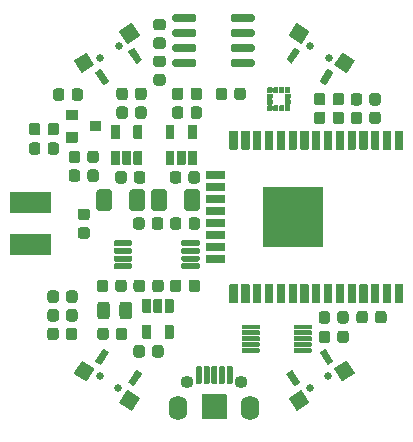
<source format=gbr>
%TF.GenerationSoftware,KiCad,Pcbnew,5.1.7+dfsg1-1~bpo10+1*%
%TF.CreationDate,Date%
%TF.ProjectId,osw-light,6f73772d-6c69-4676-9874-2e6b69636164,3.3*%
%TF.SameCoordinates,Original*%
%TF.FileFunction,Soldermask,Top*%
%TF.FilePolarity,Negative*%
%FSLAX46Y46*%
G04 Gerber Fmt 4.6, Leading zero omitted, Abs format (unit mm)*
G04 Created by KiCad*
%MOMM*%
%LPD*%
G01*
G04 APERTURE LIST*
%ADD10O,1.100000X1.100000*%
%ADD11O,1.600000X2.100000*%
%ADD12C,0.652000*%
G04 APERTURE END LIST*
%TO.C,U7*%
G36*
G01*
X75523000Y-105456000D02*
X75523000Y-104856000D01*
G75*
G02*
X75574000Y-104805000I51000J0D01*
G01*
X77098000Y-104805000D01*
G75*
G02*
X77149000Y-104856000I0J-51000D01*
G01*
X77149000Y-105456000D01*
G75*
G02*
X77098000Y-105507000I-51000J0D01*
G01*
X75574000Y-105507000D01*
G75*
G02*
X75523000Y-105456000I0J51000D01*
G01*
G37*
G36*
G01*
X75523000Y-104440000D02*
X75523000Y-103840000D01*
G75*
G02*
X75574000Y-103789000I51000J0D01*
G01*
X77098000Y-103789000D01*
G75*
G02*
X77149000Y-103840000I0J-51000D01*
G01*
X77149000Y-104440000D01*
G75*
G02*
X77098000Y-104491000I-51000J0D01*
G01*
X75574000Y-104491000D01*
G75*
G02*
X75523000Y-104440000I0J51000D01*
G01*
G37*
G36*
G01*
X75523000Y-103424000D02*
X75523000Y-102824000D01*
G75*
G02*
X75574000Y-102773000I51000J0D01*
G01*
X77098000Y-102773000D01*
G75*
G02*
X77149000Y-102824000I0J-51000D01*
G01*
X77149000Y-103424000D01*
G75*
G02*
X77098000Y-103475000I-51000J0D01*
G01*
X75574000Y-103475000D01*
G75*
G02*
X75523000Y-103424000I0J51000D01*
G01*
G37*
G36*
G01*
X75523000Y-102408000D02*
X75523000Y-101808000D01*
G75*
G02*
X75574000Y-101757000I51000J0D01*
G01*
X77098000Y-101757000D01*
G75*
G02*
X77149000Y-101808000I0J-51000D01*
G01*
X77149000Y-102408000D01*
G75*
G02*
X77098000Y-102459000I-51000J0D01*
G01*
X75574000Y-102459000D01*
G75*
G02*
X75523000Y-102408000I0J51000D01*
G01*
G37*
G36*
G01*
X75523000Y-101392000D02*
X75523000Y-100792000D01*
G75*
G02*
X75574000Y-100741000I51000J0D01*
G01*
X77098000Y-100741000D01*
G75*
G02*
X77149000Y-100792000I0J-51000D01*
G01*
X77149000Y-101392000D01*
G75*
G02*
X77098000Y-101443000I-51000J0D01*
G01*
X75574000Y-101443000D01*
G75*
G02*
X75523000Y-101392000I0J51000D01*
G01*
G37*
G36*
G01*
X75523000Y-100376000D02*
X75523000Y-99776000D01*
G75*
G02*
X75574000Y-99725000I51000J0D01*
G01*
X77098000Y-99725000D01*
G75*
G02*
X77149000Y-99776000I0J-51000D01*
G01*
X77149000Y-100376000D01*
G75*
G02*
X77098000Y-100427000I-51000J0D01*
G01*
X75574000Y-100427000D01*
G75*
G02*
X75523000Y-100376000I0J51000D01*
G01*
G37*
G36*
G01*
X75523000Y-99360000D02*
X75523000Y-98760000D01*
G75*
G02*
X75574000Y-98709000I51000J0D01*
G01*
X77098000Y-98709000D01*
G75*
G02*
X77149000Y-98760000I0J-51000D01*
G01*
X77149000Y-99360000D01*
G75*
G02*
X77098000Y-99411000I-51000J0D01*
G01*
X75574000Y-99411000D01*
G75*
G02*
X75523000Y-99360000I0J51000D01*
G01*
G37*
G36*
G01*
X75523000Y-98344000D02*
X75523000Y-97744000D01*
G75*
G02*
X75574000Y-97693000I51000J0D01*
G01*
X77098000Y-97693000D01*
G75*
G02*
X77149000Y-97744000I0J-51000D01*
G01*
X77149000Y-98344000D01*
G75*
G02*
X77098000Y-98395000I-51000J0D01*
G01*
X75574000Y-98395000D01*
G75*
G02*
X75523000Y-98344000I0J51000D01*
G01*
G37*
G36*
G01*
X85536000Y-107287000D02*
X86136000Y-107287000D01*
G75*
G02*
X86187000Y-107338000I0J-51000D01*
G01*
X86187000Y-108862000D01*
G75*
G02*
X86136000Y-108913000I-51000J0D01*
G01*
X85536000Y-108913000D01*
G75*
G02*
X85485000Y-108862000I0J51000D01*
G01*
X85485000Y-107338000D01*
G75*
G02*
X85536000Y-107287000I51000J0D01*
G01*
G37*
G36*
G01*
X91536000Y-107287000D02*
X92136000Y-107287000D01*
G75*
G02*
X92187000Y-107338000I0J-51000D01*
G01*
X92187000Y-108862000D01*
G75*
G02*
X92136000Y-108913000I-51000J0D01*
G01*
X91536000Y-108913000D01*
G75*
G02*
X91485000Y-108862000I0J51000D01*
G01*
X91485000Y-107338000D01*
G75*
G02*
X91536000Y-107287000I51000J0D01*
G01*
G37*
G36*
G01*
X82536000Y-107287000D02*
X83136000Y-107287000D01*
G75*
G02*
X83187000Y-107338000I0J-51000D01*
G01*
X83187000Y-108862000D01*
G75*
G02*
X83136000Y-108913000I-51000J0D01*
G01*
X82536000Y-108913000D01*
G75*
G02*
X82485000Y-108862000I0J51000D01*
G01*
X82485000Y-107338000D01*
G75*
G02*
X82536000Y-107287000I51000J0D01*
G01*
G37*
G36*
G01*
X83536000Y-107287000D02*
X84136000Y-107287000D01*
G75*
G02*
X84187000Y-107338000I0J-51000D01*
G01*
X84187000Y-108862000D01*
G75*
G02*
X84136000Y-108913000I-51000J0D01*
G01*
X83536000Y-108913000D01*
G75*
G02*
X83485000Y-108862000I0J51000D01*
G01*
X83485000Y-107338000D01*
G75*
G02*
X83536000Y-107287000I51000J0D01*
G01*
G37*
G36*
G01*
X90536000Y-107287000D02*
X91136000Y-107287000D01*
G75*
G02*
X91187000Y-107338000I0J-51000D01*
G01*
X91187000Y-108862000D01*
G75*
G02*
X91136000Y-108913000I-51000J0D01*
G01*
X90536000Y-108913000D01*
G75*
G02*
X90485000Y-108862000I0J51000D01*
G01*
X90485000Y-107338000D01*
G75*
G02*
X90536000Y-107287000I51000J0D01*
G01*
G37*
G36*
G01*
X89536000Y-107287000D02*
X90136000Y-107287000D01*
G75*
G02*
X90187000Y-107338000I0J-51000D01*
G01*
X90187000Y-108862000D01*
G75*
G02*
X90136000Y-108913000I-51000J0D01*
G01*
X89536000Y-108913000D01*
G75*
G02*
X89485000Y-108862000I0J51000D01*
G01*
X89485000Y-107338000D01*
G75*
G02*
X89536000Y-107287000I51000J0D01*
G01*
G37*
G36*
G01*
X88536000Y-107287000D02*
X89136000Y-107287000D01*
G75*
G02*
X89187000Y-107338000I0J-51000D01*
G01*
X89187000Y-108862000D01*
G75*
G02*
X89136000Y-108913000I-51000J0D01*
G01*
X88536000Y-108913000D01*
G75*
G02*
X88485000Y-108862000I0J51000D01*
G01*
X88485000Y-107338000D01*
G75*
G02*
X88536000Y-107287000I51000J0D01*
G01*
G37*
G36*
G01*
X87536000Y-107287000D02*
X88136000Y-107287000D01*
G75*
G02*
X88187000Y-107338000I0J-51000D01*
G01*
X88187000Y-108862000D01*
G75*
G02*
X88136000Y-108913000I-51000J0D01*
G01*
X87536000Y-108913000D01*
G75*
G02*
X87485000Y-108862000I0J51000D01*
G01*
X87485000Y-107338000D01*
G75*
G02*
X87536000Y-107287000I51000J0D01*
G01*
G37*
G36*
G01*
X77536000Y-107287000D02*
X78136000Y-107287000D01*
G75*
G02*
X78187000Y-107338000I0J-51000D01*
G01*
X78187000Y-108862000D01*
G75*
G02*
X78136000Y-108913000I-51000J0D01*
G01*
X77536000Y-108913000D01*
G75*
G02*
X77485000Y-108862000I0J51000D01*
G01*
X77485000Y-107338000D01*
G75*
G02*
X77536000Y-107287000I51000J0D01*
G01*
G37*
G36*
G01*
X78536000Y-107287000D02*
X79136000Y-107287000D01*
G75*
G02*
X79187000Y-107338000I0J-51000D01*
G01*
X79187000Y-108862000D01*
G75*
G02*
X79136000Y-108913000I-51000J0D01*
G01*
X78536000Y-108913000D01*
G75*
G02*
X78485000Y-108862000I0J51000D01*
G01*
X78485000Y-107338000D01*
G75*
G02*
X78536000Y-107287000I51000J0D01*
G01*
G37*
G36*
G01*
X84536000Y-107287000D02*
X85136000Y-107287000D01*
G75*
G02*
X85187000Y-107338000I0J-51000D01*
G01*
X85187000Y-108862000D01*
G75*
G02*
X85136000Y-108913000I-51000J0D01*
G01*
X84536000Y-108913000D01*
G75*
G02*
X84485000Y-108862000I0J51000D01*
G01*
X84485000Y-107338000D01*
G75*
G02*
X84536000Y-107287000I51000J0D01*
G01*
G37*
G36*
G01*
X80536000Y-107287000D02*
X81136000Y-107287000D01*
G75*
G02*
X81187000Y-107338000I0J-51000D01*
G01*
X81187000Y-108862000D01*
G75*
G02*
X81136000Y-108913000I-51000J0D01*
G01*
X80536000Y-108913000D01*
G75*
G02*
X80485000Y-108862000I0J51000D01*
G01*
X80485000Y-107338000D01*
G75*
G02*
X80536000Y-107287000I51000J0D01*
G01*
G37*
G36*
G01*
X86536000Y-107287000D02*
X87136000Y-107287000D01*
G75*
G02*
X87187000Y-107338000I0J-51000D01*
G01*
X87187000Y-108862000D01*
G75*
G02*
X87136000Y-108913000I-51000J0D01*
G01*
X86536000Y-108913000D01*
G75*
G02*
X86485000Y-108862000I0J51000D01*
G01*
X86485000Y-107338000D01*
G75*
G02*
X86536000Y-107287000I51000J0D01*
G01*
G37*
G36*
G01*
X81536000Y-107287000D02*
X82136000Y-107287000D01*
G75*
G02*
X82187000Y-107338000I0J-51000D01*
G01*
X82187000Y-108862000D01*
G75*
G02*
X82136000Y-108913000I-51000J0D01*
G01*
X81536000Y-108913000D01*
G75*
G02*
X81485000Y-108862000I0J51000D01*
G01*
X81485000Y-107338000D01*
G75*
G02*
X81536000Y-107287000I51000J0D01*
G01*
G37*
G36*
G01*
X79536000Y-107287000D02*
X80136000Y-107287000D01*
G75*
G02*
X80187000Y-107338000I0J-51000D01*
G01*
X80187000Y-108862000D01*
G75*
G02*
X80136000Y-108913000I-51000J0D01*
G01*
X79536000Y-108913000D01*
G75*
G02*
X79485000Y-108862000I0J51000D01*
G01*
X79485000Y-107338000D01*
G75*
G02*
X79536000Y-107287000I51000J0D01*
G01*
G37*
G36*
G01*
X91536000Y-94287000D02*
X92136000Y-94287000D01*
G75*
G02*
X92187000Y-94338000I0J-51000D01*
G01*
X92187000Y-95862000D01*
G75*
G02*
X92136000Y-95913000I-51000J0D01*
G01*
X91536000Y-95913000D01*
G75*
G02*
X91485000Y-95862000I0J51000D01*
G01*
X91485000Y-94338000D01*
G75*
G02*
X91536000Y-94287000I51000J0D01*
G01*
G37*
G36*
G01*
X90536000Y-94287000D02*
X91136000Y-94287000D01*
G75*
G02*
X91187000Y-94338000I0J-51000D01*
G01*
X91187000Y-95862000D01*
G75*
G02*
X91136000Y-95913000I-51000J0D01*
G01*
X90536000Y-95913000D01*
G75*
G02*
X90485000Y-95862000I0J51000D01*
G01*
X90485000Y-94338000D01*
G75*
G02*
X90536000Y-94287000I51000J0D01*
G01*
G37*
G36*
G01*
X89536000Y-94287000D02*
X90136000Y-94287000D01*
G75*
G02*
X90187000Y-94338000I0J-51000D01*
G01*
X90187000Y-95862000D01*
G75*
G02*
X90136000Y-95913000I-51000J0D01*
G01*
X89536000Y-95913000D01*
G75*
G02*
X89485000Y-95862000I0J51000D01*
G01*
X89485000Y-94338000D01*
G75*
G02*
X89536000Y-94287000I51000J0D01*
G01*
G37*
G36*
G01*
X88536000Y-94287000D02*
X89136000Y-94287000D01*
G75*
G02*
X89187000Y-94338000I0J-51000D01*
G01*
X89187000Y-95862000D01*
G75*
G02*
X89136000Y-95913000I-51000J0D01*
G01*
X88536000Y-95913000D01*
G75*
G02*
X88485000Y-95862000I0J51000D01*
G01*
X88485000Y-94338000D01*
G75*
G02*
X88536000Y-94287000I51000J0D01*
G01*
G37*
G36*
G01*
X87536000Y-94287000D02*
X88136000Y-94287000D01*
G75*
G02*
X88187000Y-94338000I0J-51000D01*
G01*
X88187000Y-95862000D01*
G75*
G02*
X88136000Y-95913000I-51000J0D01*
G01*
X87536000Y-95913000D01*
G75*
G02*
X87485000Y-95862000I0J51000D01*
G01*
X87485000Y-94338000D01*
G75*
G02*
X87536000Y-94287000I51000J0D01*
G01*
G37*
G36*
G01*
X86536000Y-94287000D02*
X87136000Y-94287000D01*
G75*
G02*
X87187000Y-94338000I0J-51000D01*
G01*
X87187000Y-95862000D01*
G75*
G02*
X87136000Y-95913000I-51000J0D01*
G01*
X86536000Y-95913000D01*
G75*
G02*
X86485000Y-95862000I0J51000D01*
G01*
X86485000Y-94338000D01*
G75*
G02*
X86536000Y-94287000I51000J0D01*
G01*
G37*
G36*
G01*
X85536000Y-94287000D02*
X86136000Y-94287000D01*
G75*
G02*
X86187000Y-94338000I0J-51000D01*
G01*
X86187000Y-95862000D01*
G75*
G02*
X86136000Y-95913000I-51000J0D01*
G01*
X85536000Y-95913000D01*
G75*
G02*
X85485000Y-95862000I0J51000D01*
G01*
X85485000Y-94338000D01*
G75*
G02*
X85536000Y-94287000I51000J0D01*
G01*
G37*
G36*
G01*
X84536000Y-94287000D02*
X85136000Y-94287000D01*
G75*
G02*
X85187000Y-94338000I0J-51000D01*
G01*
X85187000Y-95862000D01*
G75*
G02*
X85136000Y-95913000I-51000J0D01*
G01*
X84536000Y-95913000D01*
G75*
G02*
X84485000Y-95862000I0J51000D01*
G01*
X84485000Y-94338000D01*
G75*
G02*
X84536000Y-94287000I51000J0D01*
G01*
G37*
G36*
G01*
X83536000Y-94287000D02*
X84136000Y-94287000D01*
G75*
G02*
X84187000Y-94338000I0J-51000D01*
G01*
X84187000Y-95862000D01*
G75*
G02*
X84136000Y-95913000I-51000J0D01*
G01*
X83536000Y-95913000D01*
G75*
G02*
X83485000Y-95862000I0J51000D01*
G01*
X83485000Y-94338000D01*
G75*
G02*
X83536000Y-94287000I51000J0D01*
G01*
G37*
G36*
G01*
X82536000Y-94287000D02*
X83136000Y-94287000D01*
G75*
G02*
X83187000Y-94338000I0J-51000D01*
G01*
X83187000Y-95862000D01*
G75*
G02*
X83136000Y-95913000I-51000J0D01*
G01*
X82536000Y-95913000D01*
G75*
G02*
X82485000Y-95862000I0J51000D01*
G01*
X82485000Y-94338000D01*
G75*
G02*
X82536000Y-94287000I51000J0D01*
G01*
G37*
G36*
G01*
X81536000Y-94287000D02*
X82136000Y-94287000D01*
G75*
G02*
X82187000Y-94338000I0J-51000D01*
G01*
X82187000Y-95862000D01*
G75*
G02*
X82136000Y-95913000I-51000J0D01*
G01*
X81536000Y-95913000D01*
G75*
G02*
X81485000Y-95862000I0J51000D01*
G01*
X81485000Y-94338000D01*
G75*
G02*
X81536000Y-94287000I51000J0D01*
G01*
G37*
G36*
G01*
X80536000Y-94287000D02*
X81136000Y-94287000D01*
G75*
G02*
X81187000Y-94338000I0J-51000D01*
G01*
X81187000Y-95862000D01*
G75*
G02*
X81136000Y-95913000I-51000J0D01*
G01*
X80536000Y-95913000D01*
G75*
G02*
X80485000Y-95862000I0J51000D01*
G01*
X80485000Y-94338000D01*
G75*
G02*
X80536000Y-94287000I51000J0D01*
G01*
G37*
G36*
G01*
X79536000Y-94287000D02*
X80136000Y-94287000D01*
G75*
G02*
X80187000Y-94338000I0J-51000D01*
G01*
X80187000Y-95862000D01*
G75*
G02*
X80136000Y-95913000I-51000J0D01*
G01*
X79536000Y-95913000D01*
G75*
G02*
X79485000Y-95862000I0J51000D01*
G01*
X79485000Y-94338000D01*
G75*
G02*
X79536000Y-94287000I51000J0D01*
G01*
G37*
G36*
G01*
X78536000Y-94287000D02*
X79136000Y-94287000D01*
G75*
G02*
X79187000Y-94338000I0J-51000D01*
G01*
X79187000Y-95862000D01*
G75*
G02*
X79136000Y-95913000I-51000J0D01*
G01*
X78536000Y-95913000D01*
G75*
G02*
X78485000Y-95862000I0J51000D01*
G01*
X78485000Y-94338000D01*
G75*
G02*
X78536000Y-94287000I51000J0D01*
G01*
G37*
G36*
G01*
X77536000Y-94287000D02*
X78136000Y-94287000D01*
G75*
G02*
X78187000Y-94338000I0J-51000D01*
G01*
X78187000Y-95862000D01*
G75*
G02*
X78136000Y-95913000I-51000J0D01*
G01*
X77536000Y-95913000D01*
G75*
G02*
X77485000Y-95862000I0J51000D01*
G01*
X77485000Y-94338000D01*
G75*
G02*
X77536000Y-94287000I51000J0D01*
G01*
G37*
G36*
G01*
X80336000Y-99049000D02*
X85336000Y-99049000D01*
G75*
G02*
X85387000Y-99100000I0J-51000D01*
G01*
X85387000Y-104100000D01*
G75*
G02*
X85336000Y-104151000I-51000J0D01*
G01*
X80336000Y-104151000D01*
G75*
G02*
X80285000Y-104100000I0J51000D01*
G01*
X80285000Y-99100000D01*
G75*
G02*
X80336000Y-99049000I51000J0D01*
G01*
G37*
%TD*%
%TO.C,J1*%
G36*
G01*
X62393500Y-99543500D02*
X62393500Y-101243500D01*
G75*
G02*
X62342500Y-101294500I-51000J0D01*
G01*
X58942500Y-101294500D01*
G75*
G02*
X58891500Y-101243500I0J51000D01*
G01*
X58891500Y-99543500D01*
G75*
G02*
X58942500Y-99492500I51000J0D01*
G01*
X62342500Y-99492500D01*
G75*
G02*
X62393500Y-99543500I0J-51000D01*
G01*
G37*
G36*
G01*
X62393500Y-103099500D02*
X62393500Y-104799500D01*
G75*
G02*
X62342500Y-104850500I-51000J0D01*
G01*
X58942500Y-104850500D01*
G75*
G02*
X58891500Y-104799500I0J51000D01*
G01*
X58891500Y-103099500D01*
G75*
G02*
X58942500Y-103048500I51000J0D01*
G01*
X62342500Y-103048500D01*
G75*
G02*
X62393500Y-103099500I0J-51000D01*
G01*
G37*
%TD*%
%TO.C,R1*%
G36*
G01*
X64852000Y-96238250D02*
X64852000Y-96801750D01*
G75*
G02*
X64607750Y-97046000I-244250J0D01*
G01*
X64119250Y-97046000D01*
G75*
G02*
X63875000Y-96801750I0J244250D01*
G01*
X63875000Y-96238250D01*
G75*
G02*
X64119250Y-95994000I244250J0D01*
G01*
X64607750Y-95994000D01*
G75*
G02*
X64852000Y-96238250I0J-244250D01*
G01*
G37*
G36*
G01*
X66427000Y-96238250D02*
X66427000Y-96801750D01*
G75*
G02*
X66182750Y-97046000I-244250J0D01*
G01*
X65694250Y-97046000D01*
G75*
G02*
X65450000Y-96801750I0J244250D01*
G01*
X65450000Y-96238250D01*
G75*
G02*
X65694250Y-95994000I244250J0D01*
G01*
X66182750Y-95994000D01*
G75*
G02*
X66427000Y-96238250I0J-244250D01*
G01*
G37*
%TD*%
%TO.C,U2*%
G36*
G01*
X81736000Y-90629500D02*
X82086000Y-90629500D01*
G75*
G02*
X82137000Y-90680500I0J-51000D01*
G01*
X82137000Y-91055500D01*
G75*
G02*
X82086000Y-91106500I-51000J0D01*
G01*
X81736000Y-91106500D01*
G75*
G02*
X81685000Y-91055500I0J51000D01*
G01*
X81685000Y-90680500D01*
G75*
G02*
X81736000Y-90629500I51000J0D01*
G01*
G37*
G36*
G01*
X81236000Y-90629500D02*
X81586000Y-90629500D01*
G75*
G02*
X81637000Y-90680500I0J-51000D01*
G01*
X81637000Y-91055500D01*
G75*
G02*
X81586000Y-91106500I-51000J0D01*
G01*
X81236000Y-91106500D01*
G75*
G02*
X81185000Y-91055500I0J51000D01*
G01*
X81185000Y-90680500D01*
G75*
G02*
X81236000Y-90629500I51000J0D01*
G01*
G37*
G36*
G01*
X81736000Y-92154500D02*
X82086000Y-92154500D01*
G75*
G02*
X82137000Y-92205500I0J-51000D01*
G01*
X82137000Y-92580500D01*
G75*
G02*
X82086000Y-92631500I-51000J0D01*
G01*
X81736000Y-92631500D01*
G75*
G02*
X81685000Y-92580500I0J51000D01*
G01*
X81685000Y-92205500D01*
G75*
G02*
X81736000Y-92154500I51000J0D01*
G01*
G37*
G36*
G01*
X81236000Y-92154500D02*
X81586000Y-92154500D01*
G75*
G02*
X81637000Y-92205500I0J-51000D01*
G01*
X81637000Y-92580500D01*
G75*
G02*
X81586000Y-92631500I-51000J0D01*
G01*
X81236000Y-92631500D01*
G75*
G02*
X81185000Y-92580500I0J51000D01*
G01*
X81185000Y-92205500D01*
G75*
G02*
X81236000Y-92154500I51000J0D01*
G01*
G37*
G36*
G01*
X80736000Y-90629500D02*
X81086000Y-90629500D01*
G75*
G02*
X81137000Y-90680500I0J-51000D01*
G01*
X81137000Y-91055500D01*
G75*
G02*
X81086000Y-91106500I-51000J0D01*
G01*
X80736000Y-91106500D01*
G75*
G02*
X80685000Y-91055500I0J51000D01*
G01*
X80685000Y-90680500D01*
G75*
G02*
X80736000Y-90629500I51000J0D01*
G01*
G37*
G36*
G01*
X80736000Y-92154500D02*
X81086000Y-92154500D01*
G75*
G02*
X81137000Y-92205500I0J-51000D01*
G01*
X81137000Y-92580500D01*
G75*
G02*
X81086000Y-92631500I-51000J0D01*
G01*
X80736000Y-92631500D01*
G75*
G02*
X80685000Y-92580500I0J51000D01*
G01*
X80685000Y-92205500D01*
G75*
G02*
X80736000Y-92154500I51000J0D01*
G01*
G37*
G36*
G01*
X82236000Y-90629500D02*
X82586000Y-90629500D01*
G75*
G02*
X82637000Y-90680500I0J-51000D01*
G01*
X82637000Y-91055500D01*
G75*
G02*
X82586000Y-91106500I-51000J0D01*
G01*
X82236000Y-91106500D01*
G75*
G02*
X82185000Y-91055500I0J51000D01*
G01*
X82185000Y-90680500D01*
G75*
G02*
X82236000Y-90629500I51000J0D01*
G01*
G37*
G36*
G01*
X82236000Y-92154500D02*
X82586000Y-92154500D01*
G75*
G02*
X82637000Y-92205500I0J-51000D01*
G01*
X82637000Y-92580500D01*
G75*
G02*
X82586000Y-92631500I-51000J0D01*
G01*
X82236000Y-92631500D01*
G75*
G02*
X82185000Y-92580500I0J51000D01*
G01*
X82185000Y-92205500D01*
G75*
G02*
X82236000Y-92154500I51000J0D01*
G01*
G37*
G36*
G01*
X80660000Y-91555500D02*
X80660000Y-91205500D01*
G75*
G02*
X80711000Y-91154500I51000J0D01*
G01*
X81086000Y-91154500D01*
G75*
G02*
X81137000Y-91205500I0J-51000D01*
G01*
X81137000Y-91555500D01*
G75*
G02*
X81086000Y-91606500I-51000J0D01*
G01*
X80711000Y-91606500D01*
G75*
G02*
X80660000Y-91555500I0J51000D01*
G01*
G37*
G36*
G01*
X80660000Y-92055500D02*
X80660000Y-91705500D01*
G75*
G02*
X80711000Y-91654500I51000J0D01*
G01*
X81086000Y-91654500D01*
G75*
G02*
X81137000Y-91705500I0J-51000D01*
G01*
X81137000Y-92055500D01*
G75*
G02*
X81086000Y-92106500I-51000J0D01*
G01*
X80711000Y-92106500D01*
G75*
G02*
X80660000Y-92055500I0J51000D01*
G01*
G37*
G36*
G01*
X82185000Y-92055500D02*
X82185000Y-91705500D01*
G75*
G02*
X82236000Y-91654500I51000J0D01*
G01*
X82611000Y-91654500D01*
G75*
G02*
X82662000Y-91705500I0J-51000D01*
G01*
X82662000Y-92055500D01*
G75*
G02*
X82611000Y-92106500I-51000J0D01*
G01*
X82236000Y-92106500D01*
G75*
G02*
X82185000Y-92055500I0J51000D01*
G01*
G37*
G36*
G01*
X82185000Y-91555500D02*
X82185000Y-91205500D01*
G75*
G02*
X82236000Y-91154500I51000J0D01*
G01*
X82611000Y-91154500D01*
G75*
G02*
X82662000Y-91205500I0J-51000D01*
G01*
X82662000Y-91555500D01*
G75*
G02*
X82611000Y-91606500I-51000J0D01*
G01*
X82236000Y-91606500D01*
G75*
G02*
X82185000Y-91555500I0J51000D01*
G01*
G37*
%TD*%
D10*
%TO.C,U5*%
X78486000Y-115570000D03*
X73914000Y-115570000D03*
G36*
G01*
X77250000Y-115665500D02*
X77250000Y-114315500D01*
G75*
G02*
X77300000Y-114265500I50000J0D01*
G01*
X77700000Y-114265500D01*
G75*
G02*
X77750000Y-114315500I0J-50000D01*
G01*
X77750000Y-115665500D01*
G75*
G02*
X77700000Y-115715500I-50000J0D01*
G01*
X77300000Y-115715500D01*
G75*
G02*
X77250000Y-115665500I0J50000D01*
G01*
G37*
G36*
G01*
X76600000Y-115665500D02*
X76600000Y-114315500D01*
G75*
G02*
X76650000Y-114265500I50000J0D01*
G01*
X77050000Y-114265500D01*
G75*
G02*
X77100000Y-114315500I0J-50000D01*
G01*
X77100000Y-115665500D01*
G75*
G02*
X77050000Y-115715500I-50000J0D01*
G01*
X76650000Y-115715500D01*
G75*
G02*
X76600000Y-115665500I0J50000D01*
G01*
G37*
G36*
G01*
X75950000Y-115665500D02*
X75950000Y-114315500D01*
G75*
G02*
X76000000Y-114265500I50000J0D01*
G01*
X76400000Y-114265500D01*
G75*
G02*
X76450000Y-114315500I0J-50000D01*
G01*
X76450000Y-115665500D01*
G75*
G02*
X76400000Y-115715500I-50000J0D01*
G01*
X76000000Y-115715500D01*
G75*
G02*
X75950000Y-115665500I0J50000D01*
G01*
G37*
G36*
G01*
X75300000Y-115665500D02*
X75300000Y-114315500D01*
G75*
G02*
X75350000Y-114265500I50000J0D01*
G01*
X75750000Y-114265500D01*
G75*
G02*
X75800000Y-114315500I0J-50000D01*
G01*
X75800000Y-115665500D01*
G75*
G02*
X75750000Y-115715500I-50000J0D01*
G01*
X75350000Y-115715500D01*
G75*
G02*
X75300000Y-115665500I0J50000D01*
G01*
G37*
G36*
G01*
X74650000Y-115665500D02*
X74650000Y-114315500D01*
G75*
G02*
X74700000Y-114265500I50000J0D01*
G01*
X75100000Y-114265500D01*
G75*
G02*
X75150000Y-114315500I0J-50000D01*
G01*
X75150000Y-115665500D01*
G75*
G02*
X75100000Y-115715500I-50000J0D01*
G01*
X74700000Y-115715500D01*
G75*
G02*
X74650000Y-115665500I0J50000D01*
G01*
G37*
D11*
X79248000Y-117792500D03*
G36*
G01*
X75150000Y-118665500D02*
X75150000Y-116665500D01*
G75*
G02*
X75200000Y-116615500I50000J0D01*
G01*
X77200000Y-116615500D01*
G75*
G02*
X77250000Y-116665500I0J-50000D01*
G01*
X77250000Y-118665500D01*
G75*
G02*
X77200000Y-118715500I-50000J0D01*
G01*
X75200000Y-118715500D01*
G75*
G02*
X75150000Y-118665500I0J50000D01*
G01*
G37*
X73152000Y-117792500D03*
%TD*%
D12*
%TO.C,SW2*%
X85888834Y-88148769D03*
X84344422Y-87145816D03*
G36*
G01*
X82744888Y-88624742D02*
X82325553Y-88352423D01*
G75*
G02*
X82310558Y-88281874I27777J42772D01*
G01*
X82964125Y-87275469D01*
G75*
G02*
X83034674Y-87260474I42772J-27777D01*
G01*
X83454009Y-87532793D01*
G75*
G02*
X83469004Y-87603342I-27777J-42772D01*
G01*
X82815437Y-88609747D01*
G75*
G02*
X82744888Y-88624742I-42772J27777D01*
G01*
G37*
G36*
G01*
X85554435Y-90449283D02*
X85135100Y-90176964D01*
G75*
G02*
X85120105Y-90106415I27777J42772D01*
G01*
X85773672Y-89100010D01*
G75*
G02*
X85844221Y-89085015I42772J-27777D01*
G01*
X86263556Y-89357334D01*
G75*
G02*
X86278551Y-89427883I-27777J-42772D01*
G01*
X85624984Y-90434288D01*
G75*
G02*
X85554435Y-90449283I-42772J27777D01*
G01*
G37*
G36*
G01*
X83528950Y-86938180D02*
X82522544Y-86284612D01*
G75*
G02*
X82507549Y-86214065I27776J42771D01*
G01*
X83161117Y-85207659D01*
G75*
G02*
X83231664Y-85192664I42771J-27776D01*
G01*
X84238070Y-85846232D01*
G75*
G02*
X84253065Y-85916779I-27776J-42771D01*
G01*
X83599497Y-86923185D01*
G75*
G02*
X83528950Y-86938180I-42771J27776D01*
G01*
G37*
G36*
G01*
X87363351Y-89428269D02*
X86356945Y-88774701D01*
G75*
G02*
X86341950Y-88704154I27776J42771D01*
G01*
X86995518Y-87697748D01*
G75*
G02*
X87066065Y-87682753I42771J-27776D01*
G01*
X88072471Y-88336321D01*
G75*
G02*
X88087466Y-88406868I-27776J-42771D01*
G01*
X87433898Y-89413274D01*
G75*
G02*
X87363351Y-89428269I-42771J27776D01*
G01*
G37*
%TD*%
%TO.C,SW1*%
X68108834Y-87111231D03*
X66564422Y-88114184D03*
G36*
G01*
X67264900Y-90176964D02*
X66845565Y-90449283D01*
G75*
G02*
X66775016Y-90434288I-27777J42772D01*
G01*
X66121449Y-89427883D01*
G75*
G02*
X66136444Y-89357334I42772J27777D01*
G01*
X66555779Y-89085015D01*
G75*
G02*
X66626328Y-89100010I27777J-42772D01*
G01*
X67279895Y-90106415D01*
G75*
G02*
X67264900Y-90176964I-42772J-27777D01*
G01*
G37*
G36*
G01*
X70074447Y-88352423D02*
X69655112Y-88624742D01*
G75*
G02*
X69584563Y-88609747I-27777J42772D01*
G01*
X68930996Y-87603342D01*
G75*
G02*
X68945991Y-87532793I42772J27777D01*
G01*
X69365326Y-87260474D01*
G75*
G02*
X69435875Y-87275469I27777J-42772D01*
G01*
X70089442Y-88281874D01*
G75*
G02*
X70074447Y-88352423I-42772J-27777D01*
G01*
G37*
G36*
G01*
X66043055Y-88774701D02*
X65036649Y-89428269D01*
G75*
G02*
X64966102Y-89413274I-27776J42771D01*
G01*
X64312534Y-88406868D01*
G75*
G02*
X64327529Y-88336321I42771J27776D01*
G01*
X65333935Y-87682753D01*
G75*
G02*
X65404482Y-87697748I27776J-42771D01*
G01*
X66058050Y-88704154D01*
G75*
G02*
X66043055Y-88774701I-42771J-27776D01*
G01*
G37*
G36*
G01*
X69877456Y-86284612D02*
X68871050Y-86938180D01*
G75*
G02*
X68800503Y-86923185I-27776J42771D01*
G01*
X68146935Y-85916779D01*
G75*
G02*
X68161930Y-85846232I42771J27776D01*
G01*
X69168336Y-85192664D01*
G75*
G02*
X69238883Y-85207659I27776J-42771D01*
G01*
X69892451Y-86214065D01*
G75*
G02*
X69877456Y-86284612I-42771J-27776D01*
G01*
G37*
%TD*%
%TO.C,SW5*%
X66511166Y-115051231D03*
X68055578Y-116054184D03*
G36*
G01*
X69655112Y-114575258D02*
X70074447Y-114847577D01*
G75*
G02*
X70089442Y-114918126I-27777J-42772D01*
G01*
X69435875Y-115924531D01*
G75*
G02*
X69365326Y-115939526I-42772J27777D01*
G01*
X68945991Y-115667207D01*
G75*
G02*
X68930996Y-115596658I27777J42772D01*
G01*
X69584563Y-114590253D01*
G75*
G02*
X69655112Y-114575258I42772J-27777D01*
G01*
G37*
G36*
G01*
X66845565Y-112750717D02*
X67264900Y-113023036D01*
G75*
G02*
X67279895Y-113093585I-27777J-42772D01*
G01*
X66626328Y-114099990D01*
G75*
G02*
X66555779Y-114114985I-42772J27777D01*
G01*
X66136444Y-113842666D01*
G75*
G02*
X66121449Y-113772117I27777J42772D01*
G01*
X66775016Y-112765712D01*
G75*
G02*
X66845565Y-112750717I42772J-27777D01*
G01*
G37*
G36*
G01*
X68871050Y-116261820D02*
X69877456Y-116915388D01*
G75*
G02*
X69892451Y-116985935I-27776J-42771D01*
G01*
X69238883Y-117992341D01*
G75*
G02*
X69168336Y-118007336I-42771J27776D01*
G01*
X68161930Y-117353768D01*
G75*
G02*
X68146935Y-117283221I27776J42771D01*
G01*
X68800503Y-116276815D01*
G75*
G02*
X68871050Y-116261820I42771J-27776D01*
G01*
G37*
G36*
G01*
X65036649Y-113771731D02*
X66043055Y-114425299D01*
G75*
G02*
X66058050Y-114495846I-27776J-42771D01*
G01*
X65404482Y-115502252D01*
G75*
G02*
X65333935Y-115517247I-42771J27776D01*
G01*
X64327529Y-114863679D01*
G75*
G02*
X64312534Y-114793132I27776J42771D01*
G01*
X64966102Y-113786726D01*
G75*
G02*
X65036649Y-113771731I42771J-27776D01*
G01*
G37*
%TD*%
%TO.C,SW4*%
X84291166Y-116088769D03*
X85835578Y-115085816D03*
G36*
G01*
X85135100Y-113023036D02*
X85554435Y-112750717D01*
G75*
G02*
X85624984Y-112765712I27777J-42772D01*
G01*
X86278551Y-113772117D01*
G75*
G02*
X86263556Y-113842666I-42772J-27777D01*
G01*
X85844221Y-114114985D01*
G75*
G02*
X85773672Y-114099990I-27777J42772D01*
G01*
X85120105Y-113093585D01*
G75*
G02*
X85135100Y-113023036I42772J27777D01*
G01*
G37*
G36*
G01*
X82325553Y-114847577D02*
X82744888Y-114575258D01*
G75*
G02*
X82815437Y-114590253I27777J-42772D01*
G01*
X83469004Y-115596658D01*
G75*
G02*
X83454009Y-115667207I-42772J-27777D01*
G01*
X83034674Y-115939526D01*
G75*
G02*
X82964125Y-115924531I-27777J42772D01*
G01*
X82310558Y-114918126D01*
G75*
G02*
X82325553Y-114847577I42772J27777D01*
G01*
G37*
G36*
G01*
X86356945Y-114425299D02*
X87363351Y-113771731D01*
G75*
G02*
X87433898Y-113786726I27776J-42771D01*
G01*
X88087466Y-114793132D01*
G75*
G02*
X88072471Y-114863679I-42771J-27776D01*
G01*
X87066065Y-115517247D01*
G75*
G02*
X86995518Y-115502252I-27776J42771D01*
G01*
X86341950Y-114495846D01*
G75*
G02*
X86356945Y-114425299I42771J27776D01*
G01*
G37*
G36*
G01*
X82522544Y-116915388D02*
X83528950Y-116261820D01*
G75*
G02*
X83599497Y-116276815I27776J-42771D01*
G01*
X84253065Y-117283221D01*
G75*
G02*
X84238070Y-117353768I-42771J-27776D01*
G01*
X83231664Y-118007336D01*
G75*
G02*
X83161117Y-117992341I-27776J42771D01*
G01*
X82507549Y-116985935D01*
G75*
G02*
X82522544Y-116915388I42771J27776D01*
G01*
G37*
%TD*%
%TO.C,R18*%
G36*
G01*
X71282750Y-89516500D02*
X71846250Y-89516500D01*
G75*
G02*
X72090500Y-89760750I0J-244250D01*
G01*
X72090500Y-90249250D01*
G75*
G02*
X71846250Y-90493500I-244250J0D01*
G01*
X71282750Y-90493500D01*
G75*
G02*
X71038500Y-90249250I0J244250D01*
G01*
X71038500Y-89760750D01*
G75*
G02*
X71282750Y-89516500I244250J0D01*
G01*
G37*
G36*
G01*
X71282750Y-87941500D02*
X71846250Y-87941500D01*
G75*
G02*
X72090500Y-88185750I0J-244250D01*
G01*
X72090500Y-88674250D01*
G75*
G02*
X71846250Y-88918500I-244250J0D01*
G01*
X71282750Y-88918500D01*
G75*
G02*
X71038500Y-88674250I0J244250D01*
G01*
X71038500Y-88185750D01*
G75*
G02*
X71282750Y-87941500I244250J0D01*
G01*
G37*
%TD*%
%TO.C,C11*%
G36*
G01*
X71846250Y-85807000D02*
X71282750Y-85807000D01*
G75*
G02*
X71038500Y-85562750I0J244250D01*
G01*
X71038500Y-85074250D01*
G75*
G02*
X71282750Y-84830000I244250J0D01*
G01*
X71846250Y-84830000D01*
G75*
G02*
X72090500Y-85074250I0J-244250D01*
G01*
X72090500Y-85562750D01*
G75*
G02*
X71846250Y-85807000I-244250J0D01*
G01*
G37*
G36*
G01*
X71846250Y-87382000D02*
X71282750Y-87382000D01*
G75*
G02*
X71038500Y-87137750I0J244250D01*
G01*
X71038500Y-86649250D01*
G75*
G02*
X71282750Y-86405000I244250J0D01*
G01*
X71846250Y-86405000D01*
G75*
G02*
X72090500Y-86649250I0J-244250D01*
G01*
X72090500Y-87137750D01*
G75*
G02*
X71846250Y-87382000I-244250J0D01*
G01*
G37*
%TD*%
%TO.C,C22*%
G36*
G01*
X64852000Y-97825750D02*
X64852000Y-98389250D01*
G75*
G02*
X64607750Y-98633500I-244250J0D01*
G01*
X64119250Y-98633500D01*
G75*
G02*
X63875000Y-98389250I0J244250D01*
G01*
X63875000Y-97825750D01*
G75*
G02*
X64119250Y-97581500I244250J0D01*
G01*
X64607750Y-97581500D01*
G75*
G02*
X64852000Y-97825750I0J-244250D01*
G01*
G37*
G36*
G01*
X66427000Y-97825750D02*
X66427000Y-98389250D01*
G75*
G02*
X66182750Y-98633500I-244250J0D01*
G01*
X65694250Y-98633500D01*
G75*
G02*
X65450000Y-98389250I0J244250D01*
G01*
X65450000Y-97825750D01*
G75*
G02*
X65694250Y-97581500I244250J0D01*
G01*
X66182750Y-97581500D01*
G75*
G02*
X66427000Y-97825750I0J-244250D01*
G01*
G37*
%TD*%
%TO.C,U13*%
G36*
G01*
X68158201Y-94985000D02*
X67508199Y-94985000D01*
G75*
G02*
X67457200Y-94934001I0J50999D01*
G01*
X67457200Y-93873999D01*
G75*
G02*
X67508199Y-93823000I50999J0D01*
G01*
X68158201Y-93823000D01*
G75*
G02*
X68209200Y-93873999I0J-50999D01*
G01*
X68209200Y-94934001D01*
G75*
G02*
X68158201Y-94985000I-50999J0D01*
G01*
G37*
G36*
G01*
X70058201Y-94985000D02*
X69408199Y-94985000D01*
G75*
G02*
X69357200Y-94934001I0J50999D01*
G01*
X69357200Y-93873999D01*
G75*
G02*
X69408199Y-93823000I50999J0D01*
G01*
X70058201Y-93823000D01*
G75*
G02*
X70109200Y-93873999I0J-50999D01*
G01*
X70109200Y-94934001D01*
G75*
G02*
X70058201Y-94985000I-50999J0D01*
G01*
G37*
G36*
G01*
X70058201Y-97185000D02*
X69408199Y-97185000D01*
G75*
G02*
X69357200Y-97134001I0J50999D01*
G01*
X69357200Y-96073999D01*
G75*
G02*
X69408199Y-96023000I50999J0D01*
G01*
X70058201Y-96023000D01*
G75*
G02*
X70109200Y-96073999I0J-50999D01*
G01*
X70109200Y-97134001D01*
G75*
G02*
X70058201Y-97185000I-50999J0D01*
G01*
G37*
G36*
G01*
X69108201Y-97185000D02*
X68458199Y-97185000D01*
G75*
G02*
X68407200Y-97134001I0J50999D01*
G01*
X68407200Y-96073999D01*
G75*
G02*
X68458199Y-96023000I50999J0D01*
G01*
X69108201Y-96023000D01*
G75*
G02*
X69159200Y-96073999I0J-50999D01*
G01*
X69159200Y-97134001D01*
G75*
G02*
X69108201Y-97185000I-50999J0D01*
G01*
G37*
G36*
G01*
X68158201Y-97185000D02*
X67508199Y-97185000D01*
G75*
G02*
X67457200Y-97134001I0J50999D01*
G01*
X67457200Y-96073999D01*
G75*
G02*
X67508199Y-96023000I50999J0D01*
G01*
X68158201Y-96023000D01*
G75*
G02*
X68209200Y-96073999I0J-50999D01*
G01*
X68209200Y-97134001D01*
G75*
G02*
X68158201Y-97185000I-50999J0D01*
G01*
G37*
%TD*%
%TO.C,U10*%
G36*
G01*
X72781001Y-94985000D02*
X72130999Y-94985000D01*
G75*
G02*
X72080000Y-94934001I0J50999D01*
G01*
X72080000Y-93873999D01*
G75*
G02*
X72130999Y-93823000I50999J0D01*
G01*
X72781001Y-93823000D01*
G75*
G02*
X72832000Y-93873999I0J-50999D01*
G01*
X72832000Y-94934001D01*
G75*
G02*
X72781001Y-94985000I-50999J0D01*
G01*
G37*
G36*
G01*
X74681001Y-94985000D02*
X74030999Y-94985000D01*
G75*
G02*
X73980000Y-94934001I0J50999D01*
G01*
X73980000Y-93873999D01*
G75*
G02*
X74030999Y-93823000I50999J0D01*
G01*
X74681001Y-93823000D01*
G75*
G02*
X74732000Y-93873999I0J-50999D01*
G01*
X74732000Y-94934001D01*
G75*
G02*
X74681001Y-94985000I-50999J0D01*
G01*
G37*
G36*
G01*
X74681001Y-97185000D02*
X74030999Y-97185000D01*
G75*
G02*
X73980000Y-97134001I0J50999D01*
G01*
X73980000Y-96073999D01*
G75*
G02*
X74030999Y-96023000I50999J0D01*
G01*
X74681001Y-96023000D01*
G75*
G02*
X74732000Y-96073999I0J-50999D01*
G01*
X74732000Y-97134001D01*
G75*
G02*
X74681001Y-97185000I-50999J0D01*
G01*
G37*
G36*
G01*
X73731001Y-97185000D02*
X73080999Y-97185000D01*
G75*
G02*
X73030000Y-97134001I0J50999D01*
G01*
X73030000Y-96073999D01*
G75*
G02*
X73080999Y-96023000I50999J0D01*
G01*
X73731001Y-96023000D01*
G75*
G02*
X73782000Y-96073999I0J-50999D01*
G01*
X73782000Y-97134001D01*
G75*
G02*
X73731001Y-97185000I-50999J0D01*
G01*
G37*
G36*
G01*
X72781001Y-97185000D02*
X72130999Y-97185000D01*
G75*
G02*
X72080000Y-97134001I0J50999D01*
G01*
X72080000Y-96073999D01*
G75*
G02*
X72130999Y-96023000I50999J0D01*
G01*
X72781001Y-96023000D01*
G75*
G02*
X72832000Y-96073999I0J-50999D01*
G01*
X72832000Y-97134001D01*
G75*
G02*
X72781001Y-97185000I-50999J0D01*
G01*
G37*
%TD*%
%TO.C,R22*%
G36*
G01*
X61486500Y-95539750D02*
X61486500Y-96103250D01*
G75*
G02*
X61242250Y-96347500I-244250J0D01*
G01*
X60753750Y-96347500D01*
G75*
G02*
X60509500Y-96103250I0J244250D01*
G01*
X60509500Y-95539750D01*
G75*
G02*
X60753750Y-95295500I244250J0D01*
G01*
X61242250Y-95295500D01*
G75*
G02*
X61486500Y-95539750I0J-244250D01*
G01*
G37*
G36*
G01*
X63061500Y-95539750D02*
X63061500Y-96103250D01*
G75*
G02*
X62817250Y-96347500I-244250J0D01*
G01*
X62328750Y-96347500D01*
G75*
G02*
X62084500Y-96103250I0J244250D01*
G01*
X62084500Y-95539750D01*
G75*
G02*
X62328750Y-95295500I244250J0D01*
G01*
X62817250Y-95295500D01*
G75*
G02*
X63061500Y-95539750I0J-244250D01*
G01*
G37*
%TD*%
%TO.C,R21*%
G36*
G01*
X62084500Y-94452250D02*
X62084500Y-93888750D01*
G75*
G02*
X62328750Y-93644500I244250J0D01*
G01*
X62817250Y-93644500D01*
G75*
G02*
X63061500Y-93888750I0J-244250D01*
G01*
X63061500Y-94452250D01*
G75*
G02*
X62817250Y-94696500I-244250J0D01*
G01*
X62328750Y-94696500D01*
G75*
G02*
X62084500Y-94452250I0J244250D01*
G01*
G37*
G36*
G01*
X60509500Y-94452250D02*
X60509500Y-93888750D01*
G75*
G02*
X60753750Y-93644500I244250J0D01*
G01*
X61242250Y-93644500D01*
G75*
G02*
X61486500Y-93888750I0J-244250D01*
G01*
X61486500Y-94452250D01*
G75*
G02*
X61242250Y-94696500I-244250J0D01*
G01*
X60753750Y-94696500D01*
G75*
G02*
X60509500Y-94452250I0J244250D01*
G01*
G37*
%TD*%
%TO.C,C19*%
G36*
G01*
X69488500Y-91467750D02*
X69488500Y-90904250D01*
G75*
G02*
X69732750Y-90660000I244250J0D01*
G01*
X70221250Y-90660000D01*
G75*
G02*
X70465500Y-90904250I0J-244250D01*
G01*
X70465500Y-91467750D01*
G75*
G02*
X70221250Y-91712000I-244250J0D01*
G01*
X69732750Y-91712000D01*
G75*
G02*
X69488500Y-91467750I0J244250D01*
G01*
G37*
G36*
G01*
X67913500Y-91467750D02*
X67913500Y-90904250D01*
G75*
G02*
X68157750Y-90660000I244250J0D01*
G01*
X68646250Y-90660000D01*
G75*
G02*
X68890500Y-90904250I0J-244250D01*
G01*
X68890500Y-91467750D01*
G75*
G02*
X68646250Y-91712000I-244250J0D01*
G01*
X68157750Y-91712000D01*
G75*
G02*
X67913500Y-91467750I0J244250D01*
G01*
G37*
%TD*%
%TO.C,C18*%
G36*
G01*
X74187600Y-91467750D02*
X74187600Y-90904250D01*
G75*
G02*
X74431850Y-90660000I244250J0D01*
G01*
X74920350Y-90660000D01*
G75*
G02*
X75164600Y-90904250I0J-244250D01*
G01*
X75164600Y-91467750D01*
G75*
G02*
X74920350Y-91712000I-244250J0D01*
G01*
X74431850Y-91712000D01*
G75*
G02*
X74187600Y-91467750I0J244250D01*
G01*
G37*
G36*
G01*
X72612600Y-91467750D02*
X72612600Y-90904250D01*
G75*
G02*
X72856850Y-90660000I244250J0D01*
G01*
X73345350Y-90660000D01*
G75*
G02*
X73589600Y-90904250I0J-244250D01*
G01*
X73589600Y-91467750D01*
G75*
G02*
X73345350Y-91712000I-244250J0D01*
G01*
X72856850Y-91712000D01*
G75*
G02*
X72612600Y-91467750I0J244250D01*
G01*
G37*
%TD*%
%TO.C,C17*%
G36*
G01*
X69488500Y-93055250D02*
X69488500Y-92491750D01*
G75*
G02*
X69732750Y-92247500I244250J0D01*
G01*
X70221250Y-92247500D01*
G75*
G02*
X70465500Y-92491750I0J-244250D01*
G01*
X70465500Y-93055250D01*
G75*
G02*
X70221250Y-93299500I-244250J0D01*
G01*
X69732750Y-93299500D01*
G75*
G02*
X69488500Y-93055250I0J244250D01*
G01*
G37*
G36*
G01*
X67913500Y-93055250D02*
X67913500Y-92491750D01*
G75*
G02*
X68157750Y-92247500I244250J0D01*
G01*
X68646250Y-92247500D01*
G75*
G02*
X68890500Y-92491750I0J-244250D01*
G01*
X68890500Y-93055250D01*
G75*
G02*
X68646250Y-93299500I-244250J0D01*
G01*
X68157750Y-93299500D01*
G75*
G02*
X67913500Y-93055250I0J244250D01*
G01*
G37*
%TD*%
%TO.C,C16*%
G36*
G01*
X74187600Y-93055250D02*
X74187600Y-92491750D01*
G75*
G02*
X74431850Y-92247500I244250J0D01*
G01*
X74920350Y-92247500D01*
G75*
G02*
X75164600Y-92491750I0J-244250D01*
G01*
X75164600Y-93055250D01*
G75*
G02*
X74920350Y-93299500I-244250J0D01*
G01*
X74431850Y-93299500D01*
G75*
G02*
X74187600Y-93055250I0J244250D01*
G01*
G37*
G36*
G01*
X72612600Y-93055250D02*
X72612600Y-92491750D01*
G75*
G02*
X72856850Y-92247500I244250J0D01*
G01*
X73345350Y-92247500D01*
G75*
G02*
X73589600Y-92491750I0J-244250D01*
G01*
X73589600Y-93055250D01*
G75*
G02*
X73345350Y-93299500I-244250J0D01*
G01*
X72856850Y-93299500D01*
G75*
G02*
X72612600Y-93055250I0J244250D01*
G01*
G37*
%TD*%
%TO.C,C15*%
G36*
G01*
X69387000Y-98528950D02*
X69387000Y-97965450D01*
G75*
G02*
X69631250Y-97721200I244250J0D01*
G01*
X70119750Y-97721200D01*
G75*
G02*
X70364000Y-97965450I0J-244250D01*
G01*
X70364000Y-98528950D01*
G75*
G02*
X70119750Y-98773200I-244250J0D01*
G01*
X69631250Y-98773200D01*
G75*
G02*
X69387000Y-98528950I0J244250D01*
G01*
G37*
G36*
G01*
X67812000Y-98528950D02*
X67812000Y-97965450D01*
G75*
G02*
X68056250Y-97721200I244250J0D01*
G01*
X68544750Y-97721200D01*
G75*
G02*
X68789000Y-97965450I0J-244250D01*
G01*
X68789000Y-98528950D01*
G75*
G02*
X68544750Y-98773200I-244250J0D01*
G01*
X68056250Y-98773200D01*
G75*
G02*
X67812000Y-98528950I0J244250D01*
G01*
G37*
%TD*%
%TO.C,C14*%
G36*
G01*
X74009800Y-98528950D02*
X74009800Y-97965450D01*
G75*
G02*
X74254050Y-97721200I244250J0D01*
G01*
X74742550Y-97721200D01*
G75*
G02*
X74986800Y-97965450I0J-244250D01*
G01*
X74986800Y-98528950D01*
G75*
G02*
X74742550Y-98773200I-244250J0D01*
G01*
X74254050Y-98773200D01*
G75*
G02*
X74009800Y-98528950I0J244250D01*
G01*
G37*
G36*
G01*
X72434800Y-98528950D02*
X72434800Y-97965450D01*
G75*
G02*
X72679050Y-97721200I244250J0D01*
G01*
X73167550Y-97721200D01*
G75*
G02*
X73411800Y-97965450I0J-244250D01*
G01*
X73411800Y-98528950D01*
G75*
G02*
X73167550Y-98773200I-244250J0D01*
G01*
X72679050Y-98773200D01*
G75*
G02*
X72434800Y-98528950I0J244250D01*
G01*
G37*
%TD*%
%TO.C,C6*%
G36*
G01*
X68999200Y-100833200D02*
X68999200Y-99522000D01*
G75*
G02*
X69269600Y-99251600I270400J0D01*
G01*
X70080800Y-99251600D01*
G75*
G02*
X70351200Y-99522000I0J-270400D01*
G01*
X70351200Y-100833200D01*
G75*
G02*
X70080800Y-101103600I-270400J0D01*
G01*
X69269600Y-101103600D01*
G75*
G02*
X68999200Y-100833200I0J270400D01*
G01*
G37*
G36*
G01*
X66199200Y-100833200D02*
X66199200Y-99522000D01*
G75*
G02*
X66469600Y-99251600I270400J0D01*
G01*
X67280800Y-99251600D01*
G75*
G02*
X67551200Y-99522000I0J-270400D01*
G01*
X67551200Y-100833200D01*
G75*
G02*
X67280800Y-101103600I-270400J0D01*
G01*
X66469600Y-101103600D01*
G75*
G02*
X66199200Y-100833200I0J270400D01*
G01*
G37*
%TD*%
%TO.C,C5*%
G36*
G01*
X73644400Y-100833200D02*
X73644400Y-99522000D01*
G75*
G02*
X73914800Y-99251600I270400J0D01*
G01*
X74726000Y-99251600D01*
G75*
G02*
X74996400Y-99522000I0J-270400D01*
G01*
X74996400Y-100833200D01*
G75*
G02*
X74726000Y-101103600I-270400J0D01*
G01*
X73914800Y-101103600D01*
G75*
G02*
X73644400Y-100833200I0J270400D01*
G01*
G37*
G36*
G01*
X70844400Y-100833200D02*
X70844400Y-99522000D01*
G75*
G02*
X71114800Y-99251600I270400J0D01*
G01*
X71926000Y-99251600D01*
G75*
G02*
X72196400Y-99522000I0J-270400D01*
G01*
X72196400Y-100833200D01*
G75*
G02*
X71926000Y-101103600I-270400J0D01*
G01*
X71114800Y-101103600D01*
G75*
G02*
X70844400Y-100833200I0J270400D01*
G01*
G37*
%TD*%
%TO.C,U9*%
G36*
G01*
X74974200Y-105649900D02*
X74974200Y-105900900D01*
G75*
G02*
X74848700Y-106026400I-125500J0D01*
G01*
X73522700Y-106026400D01*
G75*
G02*
X73397200Y-105900900I0J125500D01*
G01*
X73397200Y-105649900D01*
G75*
G02*
X73522700Y-105524400I125500J0D01*
G01*
X74848700Y-105524400D01*
G75*
G02*
X74974200Y-105649900I0J-125500D01*
G01*
G37*
G36*
G01*
X74974200Y-104999900D02*
X74974200Y-105250900D01*
G75*
G02*
X74848700Y-105376400I-125500J0D01*
G01*
X73522700Y-105376400D01*
G75*
G02*
X73397200Y-105250900I0J125500D01*
G01*
X73397200Y-104999900D01*
G75*
G02*
X73522700Y-104874400I125500J0D01*
G01*
X74848700Y-104874400D01*
G75*
G02*
X74974200Y-104999900I0J-125500D01*
G01*
G37*
G36*
G01*
X74974200Y-104349900D02*
X74974200Y-104600900D01*
G75*
G02*
X74848700Y-104726400I-125500J0D01*
G01*
X73522700Y-104726400D01*
G75*
G02*
X73397200Y-104600900I0J125500D01*
G01*
X73397200Y-104349900D01*
G75*
G02*
X73522700Y-104224400I125500J0D01*
G01*
X74848700Y-104224400D01*
G75*
G02*
X74974200Y-104349900I0J-125500D01*
G01*
G37*
G36*
G01*
X74974200Y-103699900D02*
X74974200Y-103950900D01*
G75*
G02*
X74848700Y-104076400I-125500J0D01*
G01*
X73522700Y-104076400D01*
G75*
G02*
X73397200Y-103950900I0J125500D01*
G01*
X73397200Y-103699900D01*
G75*
G02*
X73522700Y-103574400I125500J0D01*
G01*
X74848700Y-103574400D01*
G75*
G02*
X74974200Y-103699900I0J-125500D01*
G01*
G37*
G36*
G01*
X69249200Y-103699900D02*
X69249200Y-103950900D01*
G75*
G02*
X69123700Y-104076400I-125500J0D01*
G01*
X67797700Y-104076400D01*
G75*
G02*
X67672200Y-103950900I0J125500D01*
G01*
X67672200Y-103699900D01*
G75*
G02*
X67797700Y-103574400I125500J0D01*
G01*
X69123700Y-103574400D01*
G75*
G02*
X69249200Y-103699900I0J-125500D01*
G01*
G37*
G36*
G01*
X69249200Y-104349900D02*
X69249200Y-104600900D01*
G75*
G02*
X69123700Y-104726400I-125500J0D01*
G01*
X67797700Y-104726400D01*
G75*
G02*
X67672200Y-104600900I0J125500D01*
G01*
X67672200Y-104349900D01*
G75*
G02*
X67797700Y-104224400I125500J0D01*
G01*
X69123700Y-104224400D01*
G75*
G02*
X69249200Y-104349900I0J-125500D01*
G01*
G37*
G36*
G01*
X69249200Y-104999900D02*
X69249200Y-105250900D01*
G75*
G02*
X69123700Y-105376400I-125500J0D01*
G01*
X67797700Y-105376400D01*
G75*
G02*
X67672200Y-105250900I0J125500D01*
G01*
X67672200Y-104999900D01*
G75*
G02*
X67797700Y-104874400I125500J0D01*
G01*
X69123700Y-104874400D01*
G75*
G02*
X69249200Y-104999900I0J-125500D01*
G01*
G37*
G36*
G01*
X69249200Y-105649900D02*
X69249200Y-105900900D01*
G75*
G02*
X69123700Y-106026400I-125500J0D01*
G01*
X67797700Y-106026400D01*
G75*
G02*
X67672200Y-105900900I0J125500D01*
G01*
X67672200Y-105649900D01*
G75*
G02*
X67797700Y-105524400I125500J0D01*
G01*
X69123700Y-105524400D01*
G75*
G02*
X69249200Y-105649900I0J-125500D01*
G01*
G37*
%TD*%
%TO.C,R19*%
G36*
G01*
X74022500Y-102453250D02*
X74022500Y-101889750D01*
G75*
G02*
X74266750Y-101645500I244250J0D01*
G01*
X74755250Y-101645500D01*
G75*
G02*
X74999500Y-101889750I0J-244250D01*
G01*
X74999500Y-102453250D01*
G75*
G02*
X74755250Y-102697500I-244250J0D01*
G01*
X74266750Y-102697500D01*
G75*
G02*
X74022500Y-102453250I0J244250D01*
G01*
G37*
G36*
G01*
X72447500Y-102453250D02*
X72447500Y-101889750D01*
G75*
G02*
X72691750Y-101645500I244250J0D01*
G01*
X73180250Y-101645500D01*
G75*
G02*
X73424500Y-101889750I0J-244250D01*
G01*
X73424500Y-102453250D01*
G75*
G02*
X73180250Y-102697500I-244250J0D01*
G01*
X72691750Y-102697500D01*
G75*
G02*
X72447500Y-102453250I0J244250D01*
G01*
G37*
%TD*%
%TO.C,C13*%
G36*
G01*
X77298000Y-90904250D02*
X77298000Y-91467750D01*
G75*
G02*
X77053750Y-91712000I-244250J0D01*
G01*
X76565250Y-91712000D01*
G75*
G02*
X76321000Y-91467750I0J244250D01*
G01*
X76321000Y-90904250D01*
G75*
G02*
X76565250Y-90660000I244250J0D01*
G01*
X77053750Y-90660000D01*
G75*
G02*
X77298000Y-90904250I0J-244250D01*
G01*
G37*
G36*
G01*
X78873000Y-90904250D02*
X78873000Y-91467750D01*
G75*
G02*
X78628750Y-91712000I-244250J0D01*
G01*
X78140250Y-91712000D01*
G75*
G02*
X77896000Y-91467750I0J244250D01*
G01*
X77896000Y-90904250D01*
G75*
G02*
X78140250Y-90660000I244250J0D01*
G01*
X78628750Y-90660000D01*
G75*
G02*
X78873000Y-90904250I0J-244250D01*
G01*
G37*
%TD*%
%TO.C,C9*%
G36*
G01*
X86608200Y-112041750D02*
X86608200Y-111478250D01*
G75*
G02*
X86852450Y-111234000I244250J0D01*
G01*
X87340950Y-111234000D01*
G75*
G02*
X87585200Y-111478250I0J-244250D01*
G01*
X87585200Y-112041750D01*
G75*
G02*
X87340950Y-112286000I-244250J0D01*
G01*
X86852450Y-112286000D01*
G75*
G02*
X86608200Y-112041750I0J244250D01*
G01*
G37*
G36*
G01*
X85033200Y-112041750D02*
X85033200Y-111478250D01*
G75*
G02*
X85277450Y-111234000I244250J0D01*
G01*
X85765950Y-111234000D01*
G75*
G02*
X86010200Y-111478250I0J-244250D01*
G01*
X86010200Y-112041750D01*
G75*
G02*
X85765950Y-112286000I-244250J0D01*
G01*
X85277450Y-112286000D01*
G75*
G02*
X85033200Y-112041750I0J244250D01*
G01*
G37*
%TD*%
%TO.C,C8*%
G36*
G01*
X88727900Y-92936250D02*
X88727900Y-93499750D01*
G75*
G02*
X88483650Y-93744000I-244250J0D01*
G01*
X87995150Y-93744000D01*
G75*
G02*
X87750900Y-93499750I0J244250D01*
G01*
X87750900Y-92936250D01*
G75*
G02*
X87995150Y-92692000I244250J0D01*
G01*
X88483650Y-92692000D01*
G75*
G02*
X88727900Y-92936250I0J-244250D01*
G01*
G37*
G36*
G01*
X90302900Y-92936250D02*
X90302900Y-93499750D01*
G75*
G02*
X90058650Y-93744000I-244250J0D01*
G01*
X89570150Y-93744000D01*
G75*
G02*
X89325900Y-93499750I0J244250D01*
G01*
X89325900Y-92936250D01*
G75*
G02*
X89570150Y-92692000I244250J0D01*
G01*
X90058650Y-92692000D01*
G75*
G02*
X90302900Y-92936250I0J-244250D01*
G01*
G37*
%TD*%
%TO.C,R17*%
G36*
G01*
X63048600Y-109649450D02*
X63048600Y-110212950D01*
G75*
G02*
X62804350Y-110457200I-244250J0D01*
G01*
X62315850Y-110457200D01*
G75*
G02*
X62071600Y-110212950I0J244250D01*
G01*
X62071600Y-109649450D01*
G75*
G02*
X62315850Y-109405200I244250J0D01*
G01*
X62804350Y-109405200D01*
G75*
G02*
X63048600Y-109649450I0J-244250D01*
G01*
G37*
G36*
G01*
X64623600Y-109649450D02*
X64623600Y-110212950D01*
G75*
G02*
X64379350Y-110457200I-244250J0D01*
G01*
X63890850Y-110457200D01*
G75*
G02*
X63646600Y-110212950I0J244250D01*
G01*
X63646600Y-109649450D01*
G75*
G02*
X63890850Y-109405200I244250J0D01*
G01*
X64379350Y-109405200D01*
G75*
G02*
X64623600Y-109649450I0J-244250D01*
G01*
G37*
%TD*%
%TO.C,R16*%
G36*
G01*
X63646600Y-108638150D02*
X63646600Y-108074650D01*
G75*
G02*
X63890850Y-107830400I244250J0D01*
G01*
X64379350Y-107830400D01*
G75*
G02*
X64623600Y-108074650I0J-244250D01*
G01*
X64623600Y-108638150D01*
G75*
G02*
X64379350Y-108882400I-244250J0D01*
G01*
X63890850Y-108882400D01*
G75*
G02*
X63646600Y-108638150I0J244250D01*
G01*
G37*
G36*
G01*
X62071600Y-108638150D02*
X62071600Y-108074650D01*
G75*
G02*
X62315850Y-107830400I244250J0D01*
G01*
X62804350Y-107830400D01*
G75*
G02*
X63048600Y-108074650I0J-244250D01*
G01*
X63048600Y-108638150D01*
G75*
G02*
X62804350Y-108882400I-244250J0D01*
G01*
X62315850Y-108882400D01*
G75*
G02*
X62071600Y-108638150I0J244250D01*
G01*
G37*
%TD*%
%TO.C,R7*%
G36*
G01*
X86214500Y-91912250D02*
X86214500Y-91348750D01*
G75*
G02*
X86458750Y-91104500I244250J0D01*
G01*
X86947250Y-91104500D01*
G75*
G02*
X87191500Y-91348750I0J-244250D01*
G01*
X87191500Y-91912250D01*
G75*
G02*
X86947250Y-92156500I-244250J0D01*
G01*
X86458750Y-92156500D01*
G75*
G02*
X86214500Y-91912250I0J244250D01*
G01*
G37*
G36*
G01*
X84639500Y-91912250D02*
X84639500Y-91348750D01*
G75*
G02*
X84883750Y-91104500I244250J0D01*
G01*
X85372250Y-91104500D01*
G75*
G02*
X85616500Y-91348750I0J-244250D01*
G01*
X85616500Y-91912250D01*
G75*
G02*
X85372250Y-92156500I-244250J0D01*
G01*
X84883750Y-92156500D01*
G75*
G02*
X84639500Y-91912250I0J244250D01*
G01*
G37*
%TD*%
%TO.C,R6*%
G36*
G01*
X85616500Y-92936250D02*
X85616500Y-93499750D01*
G75*
G02*
X85372250Y-93744000I-244250J0D01*
G01*
X84883750Y-93744000D01*
G75*
G02*
X84639500Y-93499750I0J244250D01*
G01*
X84639500Y-92936250D01*
G75*
G02*
X84883750Y-92692000I244250J0D01*
G01*
X85372250Y-92692000D01*
G75*
G02*
X85616500Y-92936250I0J-244250D01*
G01*
G37*
G36*
G01*
X87191500Y-92936250D02*
X87191500Y-93499750D01*
G75*
G02*
X86947250Y-93744000I-244250J0D01*
G01*
X86458750Y-93744000D01*
G75*
G02*
X86214500Y-93499750I0J244250D01*
G01*
X86214500Y-92936250D01*
G75*
G02*
X86458750Y-92692000I244250J0D01*
G01*
X86947250Y-92692000D01*
G75*
G02*
X87191500Y-92936250I0J-244250D01*
G01*
G37*
%TD*%
%TO.C,U1*%
G36*
G01*
X77585500Y-84935300D02*
X77585500Y-84584300D01*
G75*
G02*
X77761000Y-84408800I175500J0D01*
G01*
X79462000Y-84408800D01*
G75*
G02*
X79637500Y-84584300I0J-175500D01*
G01*
X79637500Y-84935300D01*
G75*
G02*
X79462000Y-85110800I-175500J0D01*
G01*
X77761000Y-85110800D01*
G75*
G02*
X77585500Y-84935300I0J175500D01*
G01*
G37*
G36*
G01*
X77585500Y-86205300D02*
X77585500Y-85854300D01*
G75*
G02*
X77761000Y-85678800I175500J0D01*
G01*
X79462000Y-85678800D01*
G75*
G02*
X79637500Y-85854300I0J-175500D01*
G01*
X79637500Y-86205300D01*
G75*
G02*
X79462000Y-86380800I-175500J0D01*
G01*
X77761000Y-86380800D01*
G75*
G02*
X77585500Y-86205300I0J175500D01*
G01*
G37*
G36*
G01*
X77585500Y-87475300D02*
X77585500Y-87124300D01*
G75*
G02*
X77761000Y-86948800I175500J0D01*
G01*
X79462000Y-86948800D01*
G75*
G02*
X79637500Y-87124300I0J-175500D01*
G01*
X79637500Y-87475300D01*
G75*
G02*
X79462000Y-87650800I-175500J0D01*
G01*
X77761000Y-87650800D01*
G75*
G02*
X77585500Y-87475300I0J175500D01*
G01*
G37*
G36*
G01*
X77585500Y-88745300D02*
X77585500Y-88394300D01*
G75*
G02*
X77761000Y-88218800I175500J0D01*
G01*
X79462000Y-88218800D01*
G75*
G02*
X79637500Y-88394300I0J-175500D01*
G01*
X79637500Y-88745300D01*
G75*
G02*
X79462000Y-88920800I-175500J0D01*
G01*
X77761000Y-88920800D01*
G75*
G02*
X77585500Y-88745300I0J175500D01*
G01*
G37*
G36*
G01*
X72635500Y-88745300D02*
X72635500Y-88394300D01*
G75*
G02*
X72811000Y-88218800I175500J0D01*
G01*
X74512000Y-88218800D01*
G75*
G02*
X74687500Y-88394300I0J-175500D01*
G01*
X74687500Y-88745300D01*
G75*
G02*
X74512000Y-88920800I-175500J0D01*
G01*
X72811000Y-88920800D01*
G75*
G02*
X72635500Y-88745300I0J175500D01*
G01*
G37*
G36*
G01*
X72635500Y-87475300D02*
X72635500Y-87124300D01*
G75*
G02*
X72811000Y-86948800I175500J0D01*
G01*
X74512000Y-86948800D01*
G75*
G02*
X74687500Y-87124300I0J-175500D01*
G01*
X74687500Y-87475300D01*
G75*
G02*
X74512000Y-87650800I-175500J0D01*
G01*
X72811000Y-87650800D01*
G75*
G02*
X72635500Y-87475300I0J175500D01*
G01*
G37*
G36*
G01*
X72635500Y-86205300D02*
X72635500Y-85854300D01*
G75*
G02*
X72811000Y-85678800I175500J0D01*
G01*
X74512000Y-85678800D01*
G75*
G02*
X74687500Y-85854300I0J-175500D01*
G01*
X74687500Y-86205300D01*
G75*
G02*
X74512000Y-86380800I-175500J0D01*
G01*
X72811000Y-86380800D01*
G75*
G02*
X72635500Y-86205300I0J175500D01*
G01*
G37*
G36*
G01*
X72635500Y-84935300D02*
X72635500Y-84584300D01*
G75*
G02*
X72811000Y-84408800I175500J0D01*
G01*
X74512000Y-84408800D01*
G75*
G02*
X74687500Y-84584300I0J-175500D01*
G01*
X74687500Y-84935300D01*
G75*
G02*
X74512000Y-85110800I-175500J0D01*
G01*
X72811000Y-85110800D01*
G75*
G02*
X72635500Y-84935300I0J175500D01*
G01*
G37*
%TD*%
%TO.C,U6*%
G36*
G01*
X78532200Y-111062400D02*
X78532200Y-110762400D01*
G75*
G02*
X78583200Y-110711400I51000J0D01*
G01*
X79983200Y-110711400D01*
G75*
G02*
X80034200Y-110762400I0J-51000D01*
G01*
X80034200Y-111062400D01*
G75*
G02*
X79983200Y-111113400I-51000J0D01*
G01*
X78583200Y-111113400D01*
G75*
G02*
X78532200Y-111062400I0J51000D01*
G01*
G37*
G36*
G01*
X78532200Y-111562400D02*
X78532200Y-111262400D01*
G75*
G02*
X78583200Y-111211400I51000J0D01*
G01*
X79983200Y-111211400D01*
G75*
G02*
X80034200Y-111262400I0J-51000D01*
G01*
X80034200Y-111562400D01*
G75*
G02*
X79983200Y-111613400I-51000J0D01*
G01*
X78583200Y-111613400D01*
G75*
G02*
X78532200Y-111562400I0J51000D01*
G01*
G37*
G36*
G01*
X78532200Y-112062400D02*
X78532200Y-111762400D01*
G75*
G02*
X78583200Y-111711400I51000J0D01*
G01*
X79983200Y-111711400D01*
G75*
G02*
X80034200Y-111762400I0J-51000D01*
G01*
X80034200Y-112062400D01*
G75*
G02*
X79983200Y-112113400I-51000J0D01*
G01*
X78583200Y-112113400D01*
G75*
G02*
X78532200Y-112062400I0J51000D01*
G01*
G37*
G36*
G01*
X78532200Y-112562400D02*
X78532200Y-112262400D01*
G75*
G02*
X78583200Y-112211400I51000J0D01*
G01*
X79983200Y-112211400D01*
G75*
G02*
X80034200Y-112262400I0J-51000D01*
G01*
X80034200Y-112562400D01*
G75*
G02*
X79983200Y-112613400I-51000J0D01*
G01*
X78583200Y-112613400D01*
G75*
G02*
X78532200Y-112562400I0J51000D01*
G01*
G37*
G36*
G01*
X78532200Y-113062400D02*
X78532200Y-112762400D01*
G75*
G02*
X78583200Y-112711400I51000J0D01*
G01*
X79983200Y-112711400D01*
G75*
G02*
X80034200Y-112762400I0J-51000D01*
G01*
X80034200Y-113062400D01*
G75*
G02*
X79983200Y-113113400I-51000J0D01*
G01*
X78583200Y-113113400D01*
G75*
G02*
X78532200Y-113062400I0J51000D01*
G01*
G37*
G36*
G01*
X82932200Y-113062400D02*
X82932200Y-112762400D01*
G75*
G02*
X82983200Y-112711400I51000J0D01*
G01*
X84383200Y-112711400D01*
G75*
G02*
X84434200Y-112762400I0J-51000D01*
G01*
X84434200Y-113062400D01*
G75*
G02*
X84383200Y-113113400I-51000J0D01*
G01*
X82983200Y-113113400D01*
G75*
G02*
X82932200Y-113062400I0J51000D01*
G01*
G37*
G36*
G01*
X82932200Y-112562400D02*
X82932200Y-112262400D01*
G75*
G02*
X82983200Y-112211400I51000J0D01*
G01*
X84383200Y-112211400D01*
G75*
G02*
X84434200Y-112262400I0J-51000D01*
G01*
X84434200Y-112562400D01*
G75*
G02*
X84383200Y-112613400I-51000J0D01*
G01*
X82983200Y-112613400D01*
G75*
G02*
X82932200Y-112562400I0J51000D01*
G01*
G37*
G36*
G01*
X82932200Y-112062400D02*
X82932200Y-111762400D01*
G75*
G02*
X82983200Y-111711400I51000J0D01*
G01*
X84383200Y-111711400D01*
G75*
G02*
X84434200Y-111762400I0J-51000D01*
G01*
X84434200Y-112062400D01*
G75*
G02*
X84383200Y-112113400I-51000J0D01*
G01*
X82983200Y-112113400D01*
G75*
G02*
X82932200Y-112062400I0J51000D01*
G01*
G37*
G36*
G01*
X82932200Y-111562400D02*
X82932200Y-111262400D01*
G75*
G02*
X82983200Y-111211400I51000J0D01*
G01*
X84383200Y-111211400D01*
G75*
G02*
X84434200Y-111262400I0J-51000D01*
G01*
X84434200Y-111562400D01*
G75*
G02*
X84383200Y-111613400I-51000J0D01*
G01*
X82983200Y-111613400D01*
G75*
G02*
X82932200Y-111562400I0J51000D01*
G01*
G37*
G36*
G01*
X82932200Y-111062400D02*
X82932200Y-110762400D01*
G75*
G02*
X82983200Y-110711400I51000J0D01*
G01*
X84383200Y-110711400D01*
G75*
G02*
X84434200Y-110762400I0J-51000D01*
G01*
X84434200Y-111062400D01*
G75*
G02*
X84383200Y-111113400I-51000J0D01*
G01*
X82983200Y-111113400D01*
G75*
G02*
X82932200Y-111062400I0J51000D01*
G01*
G37*
%TD*%
%TO.C,U11*%
G36*
G01*
X72049799Y-108555000D02*
X72699801Y-108555000D01*
G75*
G02*
X72750800Y-108605999I0J-50999D01*
G01*
X72750800Y-109666001D01*
G75*
G02*
X72699801Y-109717000I-50999J0D01*
G01*
X72049799Y-109717000D01*
G75*
G02*
X71998800Y-109666001I0J50999D01*
G01*
X71998800Y-108605999D01*
G75*
G02*
X72049799Y-108555000I50999J0D01*
G01*
G37*
G36*
G01*
X71099799Y-108555000D02*
X71749801Y-108555000D01*
G75*
G02*
X71800800Y-108605999I0J-50999D01*
G01*
X71800800Y-109666001D01*
G75*
G02*
X71749801Y-109717000I-50999J0D01*
G01*
X71099799Y-109717000D01*
G75*
G02*
X71048800Y-109666001I0J50999D01*
G01*
X71048800Y-108605999D01*
G75*
G02*
X71099799Y-108555000I50999J0D01*
G01*
G37*
G36*
G01*
X70149799Y-108555000D02*
X70799801Y-108555000D01*
G75*
G02*
X70850800Y-108605999I0J-50999D01*
G01*
X70850800Y-109666001D01*
G75*
G02*
X70799801Y-109717000I-50999J0D01*
G01*
X70149799Y-109717000D01*
G75*
G02*
X70098800Y-109666001I0J50999D01*
G01*
X70098800Y-108605999D01*
G75*
G02*
X70149799Y-108555000I50999J0D01*
G01*
G37*
G36*
G01*
X70149799Y-110755000D02*
X70799801Y-110755000D01*
G75*
G02*
X70850800Y-110805999I0J-50999D01*
G01*
X70850800Y-111866001D01*
G75*
G02*
X70799801Y-111917000I-50999J0D01*
G01*
X70149799Y-111917000D01*
G75*
G02*
X70098800Y-111866001I0J50999D01*
G01*
X70098800Y-110805999D01*
G75*
G02*
X70149799Y-110755000I50999J0D01*
G01*
G37*
G36*
G01*
X72049799Y-110755000D02*
X72699801Y-110755000D01*
G75*
G02*
X72750800Y-110805999I0J-50999D01*
G01*
X72750800Y-111866001D01*
G75*
G02*
X72699801Y-111917000I-50999J0D01*
G01*
X72049799Y-111917000D01*
G75*
G02*
X71998800Y-111866001I0J50999D01*
G01*
X71998800Y-110805999D01*
G75*
G02*
X72049799Y-110755000I50999J0D01*
G01*
G37*
%TD*%
%TO.C,R11*%
G36*
G01*
X89325900Y-91924950D02*
X89325900Y-91361450D01*
G75*
G02*
X89570150Y-91117200I244250J0D01*
G01*
X90058650Y-91117200D01*
G75*
G02*
X90302900Y-91361450I0J-244250D01*
G01*
X90302900Y-91924950D01*
G75*
G02*
X90058650Y-92169200I-244250J0D01*
G01*
X89570150Y-92169200D01*
G75*
G02*
X89325900Y-91924950I0J244250D01*
G01*
G37*
G36*
G01*
X87750900Y-91924950D02*
X87750900Y-91361450D01*
G75*
G02*
X87995150Y-91117200I244250J0D01*
G01*
X88483650Y-91117200D01*
G75*
G02*
X88727900Y-91361450I0J-244250D01*
G01*
X88727900Y-91924950D01*
G75*
G02*
X88483650Y-92169200I-244250J0D01*
G01*
X87995150Y-92169200D01*
G75*
G02*
X87750900Y-91924950I0J244250D01*
G01*
G37*
%TD*%
%TO.C,R10*%
G36*
G01*
X63518500Y-90967750D02*
X63518500Y-91531250D01*
G75*
G02*
X63274250Y-91775500I-244250J0D01*
G01*
X62785750Y-91775500D01*
G75*
G02*
X62541500Y-91531250I0J244250D01*
G01*
X62541500Y-90967750D01*
G75*
G02*
X62785750Y-90723500I244250J0D01*
G01*
X63274250Y-90723500D01*
G75*
G02*
X63518500Y-90967750I0J-244250D01*
G01*
G37*
G36*
G01*
X65093500Y-90967750D02*
X65093500Y-91531250D01*
G75*
G02*
X64849250Y-91775500I-244250J0D01*
G01*
X64360750Y-91775500D01*
G75*
G02*
X64116500Y-91531250I0J244250D01*
G01*
X64116500Y-90967750D01*
G75*
G02*
X64360750Y-90723500I244250J0D01*
G01*
X64849250Y-90723500D01*
G75*
G02*
X65093500Y-90967750I0J-244250D01*
G01*
G37*
%TD*%
%TO.C,R14*%
G36*
G01*
X70313000Y-101877050D02*
X70313000Y-102440550D01*
G75*
G02*
X70068750Y-102684800I-244250J0D01*
G01*
X69580250Y-102684800D01*
G75*
G02*
X69336000Y-102440550I0J244250D01*
G01*
X69336000Y-101877050D01*
G75*
G02*
X69580250Y-101632800I244250J0D01*
G01*
X70068750Y-101632800D01*
G75*
G02*
X70313000Y-101877050I0J-244250D01*
G01*
G37*
G36*
G01*
X71888000Y-101877050D02*
X71888000Y-102440550D01*
G75*
G02*
X71643750Y-102684800I-244250J0D01*
G01*
X71155250Y-102684800D01*
G75*
G02*
X70911000Y-102440550I0J244250D01*
G01*
X70911000Y-101877050D01*
G75*
G02*
X71155250Y-101632800I244250J0D01*
G01*
X71643750Y-101632800D01*
G75*
G02*
X71888000Y-101877050I0J-244250D01*
G01*
G37*
%TD*%
%TO.C,R4*%
G36*
G01*
X86608200Y-110390750D02*
X86608200Y-109827250D01*
G75*
G02*
X86852450Y-109583000I244250J0D01*
G01*
X87340950Y-109583000D01*
G75*
G02*
X87585200Y-109827250I0J-244250D01*
G01*
X87585200Y-110390750D01*
G75*
G02*
X87340950Y-110635000I-244250J0D01*
G01*
X86852450Y-110635000D01*
G75*
G02*
X86608200Y-110390750I0J244250D01*
G01*
G37*
G36*
G01*
X85033200Y-110390750D02*
X85033200Y-109827250D01*
G75*
G02*
X85277450Y-109583000I244250J0D01*
G01*
X85765950Y-109583000D01*
G75*
G02*
X86010200Y-109827250I0J-244250D01*
G01*
X86010200Y-110390750D01*
G75*
G02*
X85765950Y-110635000I-244250J0D01*
G01*
X85277450Y-110635000D01*
G75*
G02*
X85033200Y-110390750I0J244250D01*
G01*
G37*
%TD*%
%TO.C,R15*%
G36*
G01*
X67226900Y-107160250D02*
X67226900Y-107723750D01*
G75*
G02*
X66982650Y-107968000I-244250J0D01*
G01*
X66494150Y-107968000D01*
G75*
G02*
X66249900Y-107723750I0J244250D01*
G01*
X66249900Y-107160250D01*
G75*
G02*
X66494150Y-106916000I244250J0D01*
G01*
X66982650Y-106916000D01*
G75*
G02*
X67226900Y-107160250I0J-244250D01*
G01*
G37*
G36*
G01*
X68801900Y-107160250D02*
X68801900Y-107723750D01*
G75*
G02*
X68557650Y-107968000I-244250J0D01*
G01*
X68069150Y-107968000D01*
G75*
G02*
X67824900Y-107723750I0J244250D01*
G01*
X67824900Y-107160250D01*
G75*
G02*
X68069150Y-106916000I244250J0D01*
G01*
X68557650Y-106916000D01*
G75*
G02*
X68801900Y-107160250I0J-244250D01*
G01*
G37*
%TD*%
%TO.C,R13*%
G36*
G01*
X67863000Y-111787750D02*
X67863000Y-111224250D01*
G75*
G02*
X68107250Y-110980000I244250J0D01*
G01*
X68595750Y-110980000D01*
G75*
G02*
X68840000Y-111224250I0J-244250D01*
G01*
X68840000Y-111787750D01*
G75*
G02*
X68595750Y-112032000I-244250J0D01*
G01*
X68107250Y-112032000D01*
G75*
G02*
X67863000Y-111787750I0J244250D01*
G01*
G37*
G36*
G01*
X66288000Y-111787750D02*
X66288000Y-111224250D01*
G75*
G02*
X66532250Y-110980000I244250J0D01*
G01*
X67020750Y-110980000D01*
G75*
G02*
X67265000Y-111224250I0J-244250D01*
G01*
X67265000Y-111787750D01*
G75*
G02*
X67020750Y-112032000I-244250J0D01*
G01*
X66532250Y-112032000D01*
G75*
G02*
X66288000Y-111787750I0J244250D01*
G01*
G37*
%TD*%
%TO.C,Q1*%
G36*
G01*
X65650000Y-94316500D02*
X65650000Y-93516500D01*
G75*
G02*
X65701000Y-93465500I51000J0D01*
G01*
X66601000Y-93465500D01*
G75*
G02*
X66652000Y-93516500I0J-51000D01*
G01*
X66652000Y-94316500D01*
G75*
G02*
X66601000Y-94367500I-51000J0D01*
G01*
X65701000Y-94367500D01*
G75*
G02*
X65650000Y-94316500I0J51000D01*
G01*
G37*
G36*
G01*
X63650000Y-95266500D02*
X63650000Y-94466500D01*
G75*
G02*
X63701000Y-94415500I51000J0D01*
G01*
X64601000Y-94415500D01*
G75*
G02*
X64652000Y-94466500I0J-51000D01*
G01*
X64652000Y-95266500D01*
G75*
G02*
X64601000Y-95317500I-51000J0D01*
G01*
X63701000Y-95317500D01*
G75*
G02*
X63650000Y-95266500I0J51000D01*
G01*
G37*
G36*
G01*
X63650000Y-93366500D02*
X63650000Y-92566500D01*
G75*
G02*
X63701000Y-92515500I51000J0D01*
G01*
X64601000Y-92515500D01*
G75*
G02*
X64652000Y-92566500I0J-51000D01*
G01*
X64652000Y-93366500D01*
G75*
G02*
X64601000Y-93417500I-51000J0D01*
G01*
X63701000Y-93417500D01*
G75*
G02*
X63650000Y-93366500I0J51000D01*
G01*
G37*
%TD*%
%TO.C,D1*%
G36*
G01*
X68166200Y-110006550D02*
X68166200Y-109043050D01*
G75*
G02*
X68435450Y-108773800I269250J0D01*
G01*
X68973950Y-108773800D01*
G75*
G02*
X69243200Y-109043050I0J-269250D01*
G01*
X69243200Y-110006550D01*
G75*
G02*
X68973950Y-110275800I-269250J0D01*
G01*
X68435450Y-110275800D01*
G75*
G02*
X68166200Y-110006550I0J269250D01*
G01*
G37*
G36*
G01*
X66291200Y-110006550D02*
X66291200Y-109043050D01*
G75*
G02*
X66560450Y-108773800I269250J0D01*
G01*
X67098950Y-108773800D01*
G75*
G02*
X67368200Y-109043050I0J-269250D01*
G01*
X67368200Y-110006550D01*
G75*
G02*
X67098950Y-110275800I-269250J0D01*
G01*
X66560450Y-110275800D01*
G75*
G02*
X66291200Y-110006550I0J269250D01*
G01*
G37*
%TD*%
%TO.C,C4*%
G36*
G01*
X65432750Y-101872500D02*
X64869250Y-101872500D01*
G75*
G02*
X64625000Y-101628250I0J244250D01*
G01*
X64625000Y-101139750D01*
G75*
G02*
X64869250Y-100895500I244250J0D01*
G01*
X65432750Y-100895500D01*
G75*
G02*
X65677000Y-101139750I0J-244250D01*
G01*
X65677000Y-101628250D01*
G75*
G02*
X65432750Y-101872500I-244250J0D01*
G01*
G37*
G36*
G01*
X65432750Y-103447500D02*
X64869250Y-103447500D01*
G75*
G02*
X64625000Y-103203250I0J244250D01*
G01*
X64625000Y-102714750D01*
G75*
G02*
X64869250Y-102470500I244250J0D01*
G01*
X65432750Y-102470500D01*
G75*
G02*
X65677000Y-102714750I0J-244250D01*
G01*
X65677000Y-103203250D01*
G75*
G02*
X65432750Y-103447500I-244250J0D01*
G01*
G37*
%TD*%
%TO.C,C3*%
G36*
G01*
X74022400Y-107723750D02*
X74022400Y-107160250D01*
G75*
G02*
X74266650Y-106916000I244250J0D01*
G01*
X74755150Y-106916000D01*
G75*
G02*
X74999400Y-107160250I0J-244250D01*
G01*
X74999400Y-107723750D01*
G75*
G02*
X74755150Y-107968000I-244250J0D01*
G01*
X74266650Y-107968000D01*
G75*
G02*
X74022400Y-107723750I0J244250D01*
G01*
G37*
G36*
G01*
X72447400Y-107723750D02*
X72447400Y-107160250D01*
G75*
G02*
X72691650Y-106916000I244250J0D01*
G01*
X73180150Y-106916000D01*
G75*
G02*
X73424400Y-107160250I0J-244250D01*
G01*
X73424400Y-107723750D01*
G75*
G02*
X73180150Y-107968000I-244250J0D01*
G01*
X72691650Y-107968000D01*
G75*
G02*
X72447400Y-107723750I0J244250D01*
G01*
G37*
%TD*%
%TO.C,C2*%
G36*
G01*
X70936400Y-107723750D02*
X70936400Y-107160250D01*
G75*
G02*
X71180650Y-106916000I244250J0D01*
G01*
X71669150Y-106916000D01*
G75*
G02*
X71913400Y-107160250I0J-244250D01*
G01*
X71913400Y-107723750D01*
G75*
G02*
X71669150Y-107968000I-244250J0D01*
G01*
X71180650Y-107968000D01*
G75*
G02*
X70936400Y-107723750I0J244250D01*
G01*
G37*
G36*
G01*
X69361400Y-107723750D02*
X69361400Y-107160250D01*
G75*
G02*
X69605650Y-106916000I244250J0D01*
G01*
X70094150Y-106916000D01*
G75*
G02*
X70338400Y-107160250I0J-244250D01*
G01*
X70338400Y-107723750D01*
G75*
G02*
X70094150Y-107968000I-244250J0D01*
G01*
X69605650Y-107968000D01*
G75*
G02*
X69361400Y-107723750I0J244250D01*
G01*
G37*
%TD*%
%TO.C,C1*%
G36*
G01*
X70936300Y-113260950D02*
X70936300Y-112697450D01*
G75*
G02*
X71180550Y-112453200I244250J0D01*
G01*
X71669050Y-112453200D01*
G75*
G02*
X71913300Y-112697450I0J-244250D01*
G01*
X71913300Y-113260950D01*
G75*
G02*
X71669050Y-113505200I-244250J0D01*
G01*
X71180550Y-113505200D01*
G75*
G02*
X70936300Y-113260950I0J244250D01*
G01*
G37*
G36*
G01*
X69361300Y-113260950D02*
X69361300Y-112697450D01*
G75*
G02*
X69605550Y-112453200I244250J0D01*
G01*
X70094050Y-112453200D01*
G75*
G02*
X70338300Y-112697450I0J-244250D01*
G01*
X70338300Y-113260950D01*
G75*
G02*
X70094050Y-113505200I-244250J0D01*
G01*
X69605550Y-113505200D01*
G75*
G02*
X69361300Y-113260950I0J244250D01*
G01*
G37*
%TD*%
%TO.C,R9*%
G36*
G01*
X63023100Y-111224250D02*
X63023100Y-111787750D01*
G75*
G02*
X62778850Y-112032000I-244250J0D01*
G01*
X62290350Y-112032000D01*
G75*
G02*
X62046100Y-111787750I0J244250D01*
G01*
X62046100Y-111224250D01*
G75*
G02*
X62290350Y-110980000I244250J0D01*
G01*
X62778850Y-110980000D01*
G75*
G02*
X63023100Y-111224250I0J-244250D01*
G01*
G37*
G36*
G01*
X64598100Y-111224250D02*
X64598100Y-111787750D01*
G75*
G02*
X64353850Y-112032000I-244250J0D01*
G01*
X63865350Y-112032000D01*
G75*
G02*
X63621100Y-111787750I0J244250D01*
G01*
X63621100Y-111224250D01*
G75*
G02*
X63865350Y-110980000I244250J0D01*
G01*
X64353850Y-110980000D01*
G75*
G02*
X64598100Y-111224250I0J-244250D01*
G01*
G37*
%TD*%
%TO.C,R8*%
G36*
G01*
X89210600Y-109801850D02*
X89210600Y-110365350D01*
G75*
G02*
X88966350Y-110609600I-244250J0D01*
G01*
X88477850Y-110609600D01*
G75*
G02*
X88233600Y-110365350I0J244250D01*
G01*
X88233600Y-109801850D01*
G75*
G02*
X88477850Y-109557600I244250J0D01*
G01*
X88966350Y-109557600D01*
G75*
G02*
X89210600Y-109801850I0J-244250D01*
G01*
G37*
G36*
G01*
X90785600Y-109801850D02*
X90785600Y-110365350D01*
G75*
G02*
X90541350Y-110609600I-244250J0D01*
G01*
X90052850Y-110609600D01*
G75*
G02*
X89808600Y-110365350I0J244250D01*
G01*
X89808600Y-109801850D01*
G75*
G02*
X90052850Y-109557600I244250J0D01*
G01*
X90541350Y-109557600D01*
G75*
G02*
X90785600Y-109801850I0J-244250D01*
G01*
G37*
%TD*%
M02*

</source>
